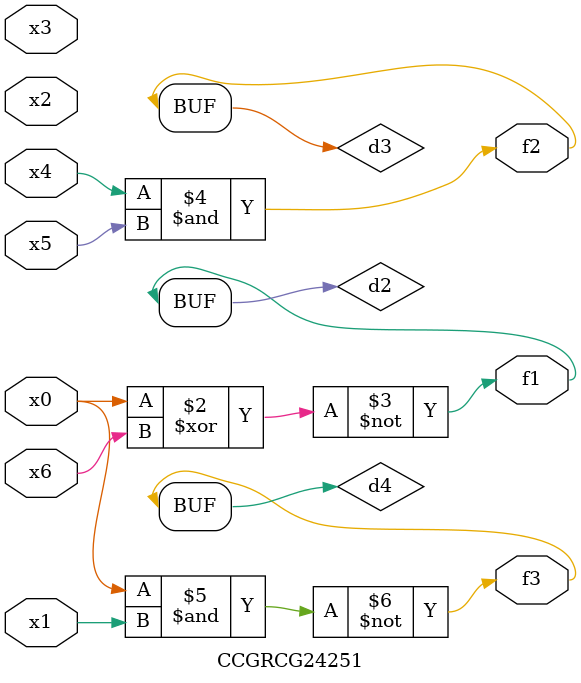
<source format=v>
module CCGRCG24251(
	input x0, x1, x2, x3, x4, x5, x6,
	output f1, f2, f3
);

	wire d1, d2, d3, d4;

	nor (d1, x0);
	xnor (d2, x0, x6);
	and (d3, x4, x5);
	nand (d4, x0, x1);
	assign f1 = d2;
	assign f2 = d3;
	assign f3 = d4;
endmodule

</source>
